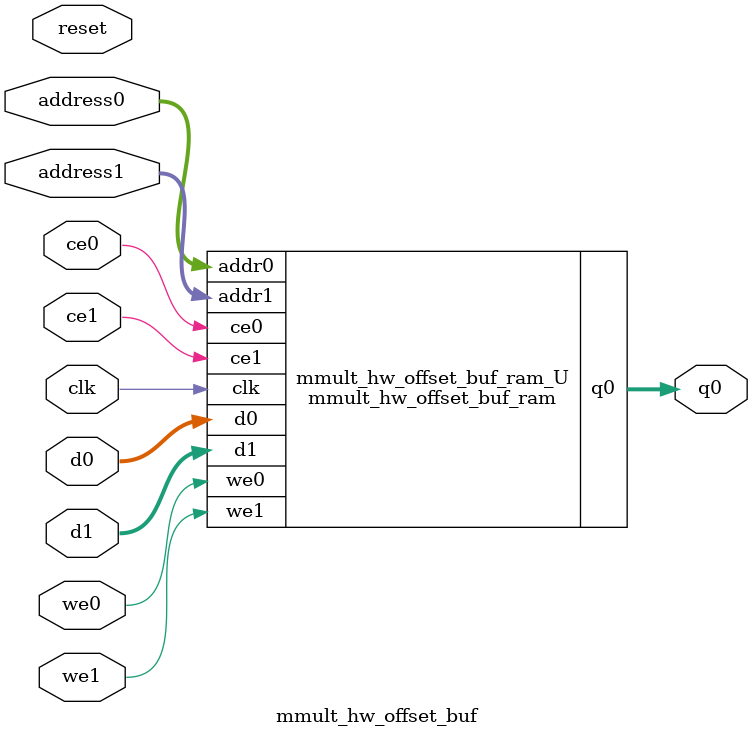
<source format=v>

`timescale 1 ns / 1 ps
module mmult_hw_offset_buf_ram (addr0, ce0, d0, we0, q0, addr1, ce1, d1, we1,  clk);

parameter DWIDTH = 32;
parameter AWIDTH = 4;
parameter MEM_SIZE = 10;

input[AWIDTH-1:0] addr0;
input ce0;
input[DWIDTH-1:0] d0;
input we0;
output reg[DWIDTH-1:0] q0;
input[AWIDTH-1:0] addr1;
input ce1;
input[DWIDTH-1:0] d1;
input we1;
input clk;

(* ram_style = "block" *)reg [DWIDTH-1:0] ram[0:MEM_SIZE-1];




always @(posedge clk)  
begin 
    if (ce0) 
    begin
        if (we0) 
        begin 
            ram[addr0] <= d0; 
            q0 <= d0;
        end 
        else 
            q0 <= ram[addr0];
    end
end


always @(posedge clk)  
begin 
    if (ce1) 
    begin
        if (we1) 
        begin 
            ram[addr1] <= d1; 
        end 
    end
end


endmodule


`timescale 1 ns / 1 ps
module mmult_hw_offset_buf(
    reset,
    clk,
    address0,
    ce0,
    we0,
    d0,
    q0,
    address1,
    ce1,
    we1,
    d1);

parameter DataWidth = 32'd32;
parameter AddressRange = 32'd10;
parameter AddressWidth = 32'd4;
input reset;
input clk;
input[AddressWidth - 1:0] address0;
input ce0;
input we0;
input[DataWidth - 1:0] d0;
output[DataWidth - 1:0] q0;
input[AddressWidth - 1:0] address1;
input ce1;
input we1;
input[DataWidth - 1:0] d1;



mmult_hw_offset_buf_ram mmult_hw_offset_buf_ram_U(
    .clk( clk ),
    .addr0( address0 ),
    .ce0( ce0 ),
    .d0( d0 ),
    .we0( we0 ),
    .q0( q0 ),
    .addr1( address1 ),
    .ce1( ce1 ),
    .d1( d1 ),
    .we1( we1 ));

endmodule


</source>
